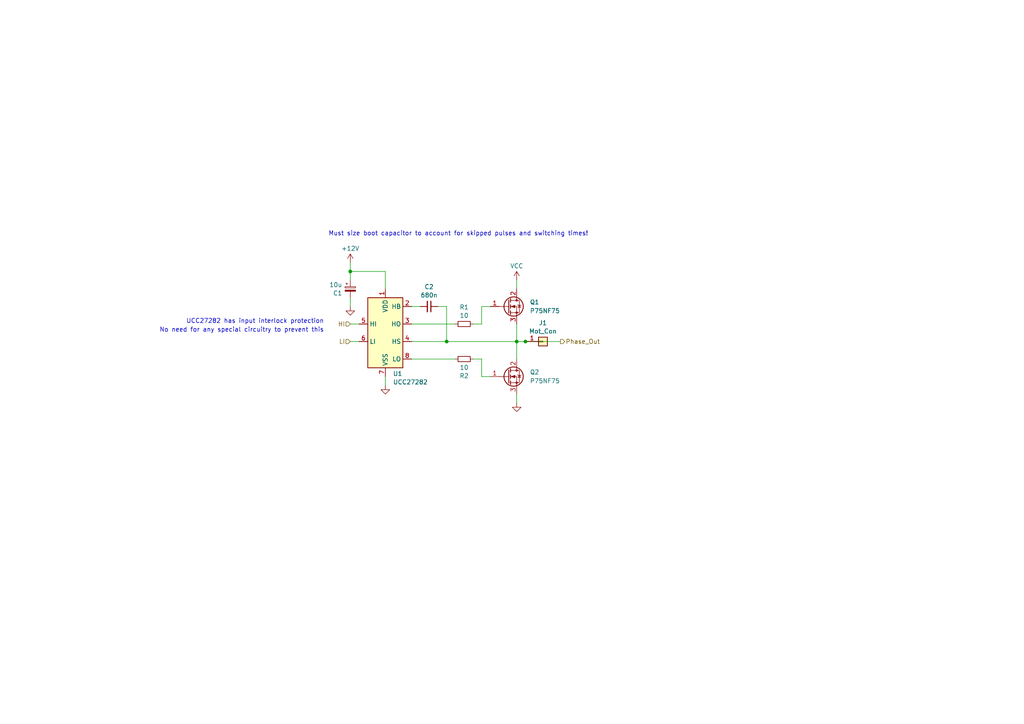
<source format=kicad_sch>
(kicad_sch (version 20230121) (generator eeschema)
  (paper "A4")
  (lib_symbols
    (symbol "Ariamelon-IC:UCC27282DRM"
      (property "Reference" "U" (at 1.27 13.335 0))
      (property "Value" "UCC27282DRM" (at 1.27 11.43 0))
      (symbol "UCC27282DRM_0_1"
        (rectangle (start -5.08 -10.16) (end 5.08 10.16) (stroke (width 0.254)) (fill (type background)))
      )
      (symbol "UCC27282DRM_1_1"
        (pin power_in line (at 0 12.7 270) (length 2.54) (name "VDD") (number "1"))
        (pin passive line (at 7.62 7.62 180) (length 2.54) (name "HB") (number "2"))
        (pin output line (at 7.62 2.54 180) (length 2.54) (name "HO") (number "3"))
        (pin passive line (at 7.62 -2.54 180) (length 2.54) (name "HS") (number "4"))
        (pin input line (at -7.62 2.54 0) (length 2.54) (name "HI") (number "5"))
        (pin input line (at -7.62 -2.54 0) (length 2.54) (name "LI") (number "6"))
        (pin power_in line (at 0 -12.7 90) (length 2.54) (name "VSS") (number "7"))
        (pin output line (at 7.62 -7.62 180) (length 2.54) (name "LO") (number "8"))
        (pin passive line (at 0 -12.7 90) (length 2.54) hide (name "EP") (number "9"))
      )
    )
    (symbol "Connector_Generic:Conn_01x01" (pin_names (offset 1.016) hide)
      (property "Reference" "J" (at 0 2.54 0))
      (property "Value" "Conn_01x01" (at 0 -2.54 0))
      (symbol "Conn_01x01_1_1"
        (rectangle (start -1.27 0.127) (end 0 -0.127) (stroke (width 0.1524)))
        (rectangle (start -1.27 1.27) (end 1.27 -1.27) (stroke (width 0.254)) (fill (type background)))
        (pin passive line (at -5.08 0 0) (length 3.81) (name "Pin_1") (number "1"))
      )
    )
    (symbol "Device:C_Polarized_Small" (pin_numbers hide) (pin_names (offset 0.254) hide)
      (property "Reference" "C" (at 0.254 1.778 0))
      (property "Value" "C_Polarized_Small" (at 0.254 -2.032 0))
      (symbol "C_Polarized_Small_0_1"
        (rectangle (start -1.524 -0.3048) (end 1.524 -0.6858) (fill (type outline)))
        (rectangle (start -1.524 0.6858) (end 1.524 0.3048))
        (polyline (pts (xy -1.27 1.524) (xy -0.762 1.524)))
        (polyline (pts (xy -1.016 1.27) (xy -1.016 1.778)))
      )
      (symbol "C_Polarized_Small_1_1"
        (pin passive line (at 0 2.54 270) (length 1.8542) (name "~") (number "1"))
        (pin passive line (at 0 -2.54 90) (length 1.8542) (name "~") (number "2"))
      )
    )
    (symbol "Device:C_Small" (pin_numbers hide) (pin_names (offset 0.254) hide)
      (property "Reference" "C" (at 0.254 1.778 0))
      (property "Value" "C_Small" (at 0.254 -2.032 0))
      (symbol "C_Small_0_1"
        (polyline (pts (xy -1.524 -0.508) (xy 1.524 -0.508)) (stroke (width 0.3302)))
        (polyline (pts (xy -1.524 0.508) (xy 1.524 0.508)) (stroke (width 0.3048)))
      )
      (symbol "C_Small_1_1"
        (pin passive line (at 0 2.54 270) (length 2.032) (name "~") (number "1"))
        (pin passive line (at 0 -2.54 90) (length 2.032) (name "~") (number "2"))
      )
    )
    (symbol "Device:Q_NMOS_GDS" (pin_names (offset 0) hide)
      (property "Reference" "Q" (at 5.08 1.27 0))
      (property "Value" "Q_NMOS_GDS" (at 5.08 -1.27 0))
      (symbol "Q_NMOS_GDS_0_1"
        (polyline (pts (xy 0.254 0) (xy -2.54 0)))
        (polyline (pts (xy 0.254 1.905) (xy 0.254 -1.905)) (stroke (width 0.254)))
        (polyline (pts (xy 0.762 -1.27) (xy 0.762 -2.286)) (stroke (width 0.254)))
        (polyline (pts (xy 0.762 0.508) (xy 0.762 -0.508)) (stroke (width 0.254)))
        (polyline (pts (xy 0.762 2.286) (xy 0.762 1.27)) (stroke (width 0.254)))
        (polyline (pts (xy 2.54 2.54) (xy 2.54 1.778)))
        (polyline (pts (xy 2.54 -2.54) (xy 2.54 0) (xy 0.762 0)))
        (polyline (pts (xy 0.762 -1.778) (xy 3.302 -1.778) (xy 3.302 1.778) (xy 0.762 1.778)))
        (polyline (pts (xy 1.016 0) (xy 2.032 0.381) (xy 2.032 -0.381) (xy 1.016 0)) (fill (type outline)))
        (polyline (pts (xy 2.794 0.508) (xy 2.921 0.381) (xy 3.683 0.381) (xy 3.81 0.254)))
        (polyline (pts (xy 3.302 0.381) (xy 2.921 -0.254) (xy 3.683 -0.254) (xy 3.302 0.381)))
        (circle (center 1.651 0) (radius 2.794) (stroke (width 0.254)))
        (circle (center 2.54 -1.778) (radius 0.254) (fill (type outline)))
        (circle (center 2.54 1.778) (radius 0.254) (fill (type outline)))
      )
      (symbol "Q_NMOS_GDS_1_1"
        (pin input line (at -5.08 0 0) (length 2.54) (name "G") (number "1"))
        (pin passive line (at 2.54 5.08 270) (length 2.54) (name "D") (number "2"))
        (pin passive line (at 2.54 -5.08 90) (length 2.54) (name "S") (number "3"))
      )
    )
    (symbol "Device:R_Small" (pin_numbers hide) (pin_names (offset 0.254) hide)
      (property "Reference" "R" (at 0.762 0.508 0))
      (property "Value" "R_Small" (at 0.762 -1.016 0))
      (symbol "R_Small_0_1"
        (rectangle (start -0.762 1.778) (end 0.762 -1.778) (stroke (width 0.2032)))
      )
      (symbol "R_Small_1_1"
        (pin passive line (at 0 2.54 270) (length 0.762) (name "~") (number "1"))
        (pin passive line (at 0 -2.54 90) (length 0.762) (name "~") (number "2"))
      )
    )
    (symbol "power:+12V" (power) (pin_names (offset 0))
      (property "Value" "+12V" (at 0 3.556 0))
      (symbol "+12V_0_1"
        (polyline (pts (xy -0.762 1.27) (xy 0 2.54)))
        (polyline (pts (xy 0 0) (xy 0 2.54)))
        (polyline (pts (xy 0 2.54) (xy 0.762 1.27)))
      )
      (symbol "+12V_1_1"
        (pin power_in line (at 0 0 90) (length 0) hide (name "+12V") (number "1"))
      )
    )
    (symbol "power:GND" (power) (pin_names (offset 0))
      (property "Value" "GND" (at 0 -3.81 0))
      (symbol "GND_0_1"
        (polyline (pts (xy 0 0) (xy 0 -1.27) (xy 1.27 -1.27) (xy 0 -2.54) (xy -1.27 -1.27) (xy 0 -1.27)))
      )
      (symbol "GND_1_1"
        (pin power_in line (at 0 0 270) (length 0) hide (name "GND") (number "1"))
      )
    )
    (symbol "power:VCC" (power) (pin_names (offset 0))
      (property "Value" "VCC" (at 0 3.81 0))
      (symbol "VCC_0_1"
        (polyline (pts (xy -0.762 1.27) (xy 0 2.54)))
        (polyline (pts (xy 0 0) (xy 0 2.54)))
        (polyline (pts (xy 0 2.54) (xy 0.762 1.27)))
      )
      (symbol "VCC_1_1"
        (pin power_in line (at 0 0 90) (length 0) hide (name "VCC") (number "1"))
      )
    )
  )
  (junction (at 152.4 99.06))
  (junction (at 149.86 99.06))
  (junction (at 101.6 78.74))
  (junction (at 129.54 99.06))
  (wire (pts (xy 149.86 93.98) (xy 149.86 99.06)))
  (wire (pts (xy 139.7 104.14) (xy 139.7 109.22)))
  (wire (pts (xy 149.86 99.06) (xy 152.4 99.06)))
  (wire (pts (xy 101.6 99.06) (xy 104.14 99.06)))
  (wire (pts (xy 127 88.9) (xy 129.54 88.9)))
  (wire (pts (xy 111.76 83.82) (xy 111.76 78.74)))
  (wire (pts (xy 129.54 88.9) (xy 129.54 99.06)))
  (wire (pts (xy 129.54 99.06) (xy 149.86 99.06)))
  (wire (pts (xy 119.38 104.14) (xy 132.08 104.14)))
  (wire (pts (xy 152.4 99.06) (xy 162.56 99.06)))
  (wire (pts (xy 101.6 86.36) (xy 101.6 88.9)))
  (wire (pts (xy 149.86 81.28) (xy 149.86 83.82)))
  (wire (pts (xy 119.38 93.98) (xy 132.08 93.98)))
  (wire (pts (xy 139.7 93.98) (xy 137.16 93.98)))
  (wire (pts (xy 111.76 109.22) (xy 111.76 111.76)))
  (wire (pts (xy 119.38 88.9) (xy 121.92 88.9)))
  (wire (pts (xy 149.86 99.06) (xy 149.86 104.14)))
  (wire (pts (xy 119.38 99.06) (xy 129.54 99.06)))
  (wire (pts (xy 101.6 78.74) (xy 101.6 81.28)))
  (wire (pts (xy 139.7 88.9) (xy 139.7 93.98)))
  (wire (pts (xy 101.6 78.74) (xy 111.76 78.74)))
  (wire (pts (xy 101.6 93.98) (xy 104.14 93.98)))
  (wire (pts (xy 149.86 114.3) (xy 149.86 116.84)))
  (wire (pts (xy 139.7 88.9) (xy 142.24 88.9)))
  (wire (pts (xy 139.7 109.22) (xy 142.24 109.22)))
  (wire (pts (xy 101.6 76.2) (xy 101.6 78.74)))
  (wire (pts (xy 137.16 104.14) (xy 139.7 104.14)))
  (text "No need for any special circuitry to prevent this" (at 93.98 96.52 0) (effects (font (size 1.27 1.27)) (justify right bottom)))
  (text "Must size boot capacitor to account for skipped pulses and switching times!" (at 95.25 68.58 0) (effects (font (size 1.27 1.27)) (justify left bottom)))
  (text "UCC27282 has input interlock protection" (at 93.98 93.98 0) (effects (font (size 1.27 1.27)) (justify right bottom)))
  (hierarchical_label "LI" (shape input) (at 101.6 99.06 180))
  (hierarchical_label "HI" (shape input) (at 101.6 93.98 180))
  (hierarchical_label "Phase_Out" (shape output) (at 162.56 99.06 0))
  (symbol (lib_id "power:GND") (at 101.6 88.9 0) (unit 1)
    (property "Reference" "#PWR02" (effects hide))
    (property "Value" "GND" (effects hide))
    (instances (project "BLDC-Controller" (path "" (reference "#PWR02") (unit 1)) (path "" (reference "#PWR07") (unit 1)) (path "" (reference "#PWR012") (unit 1))))
  )
  (symbol (lib_id "Device:C_Polarized_Small") (at 101.6 83.82 0) (unit 1)
    (property "Reference" "C1" (at 99.2759 85.0385 0) (effects (justify right)))
    (property "Value" "10u" (at 99.2759 82.6143 0) (effects (justify right)))
    (property "Footprint" "Ariamelon-Device:CP_Radial_D5.0mm_P2.54mm" (effects hide))
    (instances (project "BLDC-Controller" (path "" (reference "C1") (unit 1)) (path "" (reference "C3") (unit 1)) (path "" (reference "C5") (unit 1))))
  )
  (symbol (lib_id "power:GND") (at 111.76 111.76 0) (unit 1)
    (property "Reference" "#PWR03" (effects hide))
    (property "Value" "GND" (effects hide))
    (instances (project "BLDC-Controller" (path "" (reference "#PWR03") (unit 1)) (path "" (reference "#PWR08") (unit 1)) (path "" (reference "#PWR013") (unit 1))))
  )
  (symbol (lib_id "power:GND") (at 149.86 116.84 0) (unit 1)
    (property "Reference" "#PWR05" (effects hide))
    (property "Value" "GND" (effects hide))
    (instances (project "BLDC-Controller" (path "" (reference "#PWR05") (unit 1)) (path "" (reference "#PWR010") (unit 1)) (path "" (reference "#PWR015") (unit 1))))
  )
  (symbol (lib_id "power:VCC") (at 149.86 81.28 0) (unit 1)
    (property "Reference" "#PWR04" (effects hide))
    (property "Value" "VCC" (at 149.86 77.1469 0))
    (instances (project "BLDC-Controller" (path "" (reference "#PWR04") (unit 1)) (path "" (reference "#PWR09") (unit 1)) (path "" (reference "#PWR014") (unit 1))))
  )
  (symbol (lib_id "Device:Q_NMOS_GDS") (at 147.32 109.22 0) (unit 1)
    (property "Reference" "Q2" (at 153.67 107.95 0) (effects (justify left)))
    (property "Value" "P75NF75" (at 153.67 110.49 0) (effects (justify left)))
    (property "Footprint" "Package_TO_SOT_THT:TO-220-3_Vertical" (effects hide))
    (instances (project "BLDC-Controller" (path "" (reference "Q2") (unit 1)) (path "" (reference "Q4") (unit 1)) (path "" (reference "Q6") (unit 1))))
  )
  (symbol (lib_id "Device:R_Small") (at 134.62 93.98 90) (unit 1)
    (property "Reference" "R1" (at 134.62 89.0991 90))
    (property "Value" "10" (at 134.62 91.5233 90))
    (property "Footprint" "Resistor_THT:R_Axial_DIN0204_L3.6mm_D1.6mm_P7.62mm_Horizontal" (effects hide))
    (instances (project "BLDC-Controller" (path "" (reference "R1") (unit 1)) (path "" (reference "R3") (unit 1)) (path "" (reference "R5") (unit 1))))
  )
  (symbol (lib_id "Device:Q_NMOS_GDS") (at 147.32 88.9 0) (unit 1)
    (property "Reference" "Q1" (at 153.67 87.63 0) (effects (justify left)))
    (property "Value" "P75NF75" (at 153.67 90.17 0) (effects (justify left)))
    (property "Footprint" "Package_TO_SOT_THT:TO-220-3_Vertical" (effects hide))
    (instances (project "BLDC-Controller" (path "" (reference "Q1") (unit 1)) (path "" (reference "Q3") (unit 1)) (path "" (reference "Q5") (unit 1))))
  )
  (symbol (lib_id "Device:C_Small") (at 124.46 88.9 270) (unit 1)
    (property "Reference" "C2" (at 124.4536 83.1936 90))
    (property "Value" "680n" (at 124.4536 85.6178 90))
    (property "Footprint" "Ariamelon-Device:C_Rect_L7.0mm_W4.5mm_P5.08mm" (effects hide))
    (instances (project "BLDC-Controller" (path "" (reference "C2") (unit 1)) (path "" (reference "C4") (unit 1)) (path "" (reference "C6") (unit 1))))
  )
  (symbol (lib_id "Device:R_Small") (at 134.62 104.14 90) (mirror x) (unit 1)
    (property "Reference" "R2" (at 134.62 109.0209 90))
    (property "Value" "10" (at 134.62 106.5967 90))
    (property "Footprint" "Resistor_THT:R_Axial_DIN0204_L3.6mm_D1.6mm_P7.62mm_Horizontal" (effects hide))
    (instances (project "BLDC-Controller" (path "" (reference "R2") (unit 1)) (path "" (reference "R4") (unit 1)) (path "" (reference "R6") (unit 1))))
  )
  (symbol (lib_id "Connector_Generic:Conn_01x01") (at 157.48 99.06 0) (unit 1)
    (property "Reference" "J1" (at 157.48 93.6457 0))
    (property "Value" "Mot_Con" (at 157.48 96.0699 0))
    (property "Footprint" "TestPoint:TestPoint_Pad_4.0x4.0mm" (effects hide))
    (instances (project "BLDC-Controller" (path "" (reference "J1") (unit 1)) (path "" (reference "J2") (unit 1)) (path "" (reference "J3") (unit 1))))
  )
  (symbol (lib_id "Ariamelon-IC:UCC27282DRM") (at 111.76 96.52 0) (unit 1)
    (property "Reference" "U1" (at 113.9541 108.4001 0) (effects (justify left)))
    (property "Value" "UCC27282" (at 113.9541 110.8243 0) (effects (justify left)))
    (property "Footprint" "Package_DIP:DIP-8_W7.62mm_Socket" (effects hide))
    (property "Datasheet" "https://www.ti.com/lit/ds/symlink/ucc27282.pdf" (effects hide))
    (instances (project "BLDC-Controller" (path "" (reference "U1") (unit 1)) (path "" (reference "U2") (unit 1)) (path "" (reference "U3") (unit 1))))
  )
  (symbol (lib_id "power:+12V") (at 101.6 76.2 0) (unit 1)
    (property "Reference" "#PWR01" (effects hide))
    (property "Value" "+12V" (at 101.6 72.0669 0))
    (instances (project "BLDC-Controller" (path "" (reference "#PWR01") (unit 1)) (path "" (reference "#PWR06") (unit 1)) (path "" (reference "#PWR011") (unit 1))))
  )
)
</source>
